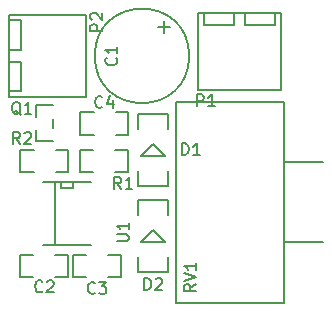
<source format=gto>
%FSLAX34Y34*%
G04 Gerber Fmt 3.4, Leading zero omitted, Abs format*
G04 (created by PCBNEW (2014-01-30 BZR 4648)-product) date Thu Feb 27 15:42:02 2014*
%MOIN*%
G01*
G70*
G90*
G04 APERTURE LIST*
%ADD10C,0.013780*%
%ADD11C,0.007087*%
%ADD12R,0.085433X0.028346*%
%ADD13C,0.086614*%
%ADD14R,0.050000X0.055000*%
%ADD15R,0.053150X0.028346*%
%ADD16C,0.078740*%
%ADD17R,0.078740X0.057087*%
G04 APERTURE END LIST*
G54D10*
G54D11*
X1725Y3925D02*
X1725Y1825D01*
X1425Y3925D02*
X1375Y3925D01*
X2912Y3925D02*
X1337Y3925D01*
X2325Y3925D02*
X2325Y3725D01*
X2325Y3725D02*
X1925Y3725D01*
X1925Y3725D02*
X1925Y3925D01*
X2912Y1825D02*
X1337Y1825D01*
X9375Y4588D02*
X10675Y4588D01*
X9375Y1911D02*
X10675Y1911D01*
X5749Y-96D02*
X5749Y6596D01*
X5749Y6596D02*
X9371Y6596D01*
X5749Y-96D02*
X9371Y-96D01*
X9371Y-96D02*
X9371Y6596D01*
X1750Y5000D02*
X2175Y5000D01*
X2175Y5000D02*
X2175Y4250D01*
X2175Y4250D02*
X1750Y4250D01*
X1025Y5000D02*
X575Y5000D01*
X575Y5000D02*
X575Y4250D01*
X575Y4250D02*
X1025Y4250D01*
X3000Y4250D02*
X2575Y4250D01*
X2575Y4250D02*
X2575Y5000D01*
X2575Y5000D02*
X3000Y5000D01*
X3725Y4250D02*
X4175Y4250D01*
X4175Y4250D02*
X4175Y5000D01*
X4175Y5000D02*
X3725Y5000D01*
X1650Y6025D02*
X1650Y5725D01*
X1100Y5275D02*
X1100Y5650D01*
X1100Y6475D02*
X1100Y6100D01*
X1650Y5275D02*
X1099Y5275D01*
X1099Y6475D02*
X1650Y6475D01*
X193Y7928D02*
X587Y7928D01*
X587Y7928D02*
X587Y6943D01*
X587Y6943D02*
X193Y6943D01*
X193Y9306D02*
X587Y9306D01*
X587Y9306D02*
X587Y8321D01*
X587Y8321D02*
X193Y8321D01*
X2752Y9502D02*
X2752Y6747D01*
X2752Y6747D02*
X193Y6747D01*
X193Y6747D02*
X193Y9502D01*
X2752Y9502D02*
X193Y9502D01*
X7678Y9556D02*
X7678Y9162D01*
X7678Y9162D02*
X6693Y9162D01*
X6693Y9162D02*
X6693Y9556D01*
X9056Y9556D02*
X9056Y9162D01*
X9056Y9162D02*
X8071Y9162D01*
X8071Y9162D02*
X8071Y9556D01*
X9252Y6997D02*
X6497Y6997D01*
X6497Y6997D02*
X6497Y9556D01*
X6497Y9556D02*
X9252Y9556D01*
X9252Y6997D02*
X9252Y9556D01*
X3750Y6250D02*
X4175Y6250D01*
X4175Y6250D02*
X4175Y5500D01*
X4175Y5500D02*
X3750Y5500D01*
X3025Y6250D02*
X2575Y6250D01*
X2575Y6250D02*
X2575Y5500D01*
X2575Y5500D02*
X3025Y5500D01*
X3500Y1500D02*
X3925Y1500D01*
X3925Y1500D02*
X3925Y750D01*
X3925Y750D02*
X3500Y750D01*
X2775Y1500D02*
X2325Y1500D01*
X2325Y1500D02*
X2325Y750D01*
X2325Y750D02*
X2775Y750D01*
X1000Y750D02*
X575Y750D01*
X575Y750D02*
X575Y1500D01*
X575Y1500D02*
X1000Y1500D01*
X1725Y750D02*
X2175Y750D01*
X2175Y750D02*
X2175Y1500D01*
X2175Y1500D02*
X1725Y1500D01*
X5375Y9275D02*
X5375Y8875D01*
X5575Y9075D02*
X5175Y9075D01*
X6199Y8125D02*
G75*
G03X6199Y8125I-1574J0D01*
G74*
G01*
X4606Y4803D02*
X5393Y4803D01*
X5393Y4803D02*
X5000Y5196D01*
X5000Y5196D02*
X4606Y4803D01*
X4500Y5700D02*
X4500Y6200D01*
X4500Y6200D02*
X5500Y6200D01*
X5500Y6200D02*
X5500Y5700D01*
X4500Y4300D02*
X4500Y3800D01*
X4500Y3800D02*
X5500Y3800D01*
X5500Y3800D02*
X5500Y4300D01*
X4606Y1928D02*
X5393Y1928D01*
X5393Y1928D02*
X5000Y2321D01*
X5000Y2321D02*
X4606Y1928D01*
X4500Y2825D02*
X4500Y3325D01*
X4500Y3325D02*
X5500Y3325D01*
X5500Y3325D02*
X5500Y2825D01*
X4500Y1425D02*
X4500Y925D01*
X4500Y925D02*
X5500Y925D01*
X5500Y925D02*
X5500Y1425D01*
X3784Y1950D02*
X4103Y1950D01*
X4140Y1968D01*
X4159Y1987D01*
X4178Y2025D01*
X4178Y2100D01*
X4159Y2137D01*
X4140Y2156D01*
X4103Y2175D01*
X3784Y2175D01*
X4178Y2568D02*
X4178Y2343D01*
X4178Y2456D02*
X3784Y2456D01*
X3840Y2418D01*
X3878Y2381D01*
X3896Y2343D01*
X6428Y515D02*
X6240Y384D01*
X6428Y290D02*
X6034Y290D01*
X6034Y440D01*
X6053Y478D01*
X6071Y496D01*
X6109Y515D01*
X6165Y515D01*
X6203Y496D01*
X6221Y478D01*
X6240Y440D01*
X6240Y290D01*
X6034Y628D02*
X6428Y759D01*
X6034Y890D01*
X6428Y1228D02*
X6428Y1003D01*
X6428Y1115D02*
X6034Y1115D01*
X6090Y1078D01*
X6128Y1040D01*
X6146Y1003D01*
X559Y5196D02*
X428Y5384D01*
X334Y5196D02*
X334Y5590D01*
X484Y5590D01*
X521Y5571D01*
X540Y5553D01*
X559Y5515D01*
X559Y5459D01*
X540Y5421D01*
X521Y5403D01*
X484Y5384D01*
X334Y5384D01*
X709Y5553D02*
X728Y5571D01*
X765Y5590D01*
X859Y5590D01*
X896Y5571D01*
X915Y5553D01*
X934Y5515D01*
X934Y5478D01*
X915Y5421D01*
X690Y5196D01*
X934Y5196D01*
X3934Y3696D02*
X3803Y3884D01*
X3709Y3696D02*
X3709Y4090D01*
X3859Y4090D01*
X3896Y4071D01*
X3915Y4053D01*
X3934Y4015D01*
X3934Y3959D01*
X3915Y3921D01*
X3896Y3903D01*
X3859Y3884D01*
X3709Y3884D01*
X4309Y3696D02*
X4084Y3696D01*
X4196Y3696D02*
X4196Y4090D01*
X4159Y4034D01*
X4121Y3996D01*
X4084Y3978D01*
X587Y6159D02*
X550Y6178D01*
X512Y6215D01*
X456Y6271D01*
X418Y6290D01*
X381Y6290D01*
X400Y6196D02*
X362Y6215D01*
X325Y6253D01*
X306Y6328D01*
X306Y6459D01*
X325Y6534D01*
X362Y6571D01*
X400Y6590D01*
X475Y6590D01*
X512Y6571D01*
X550Y6534D01*
X568Y6459D01*
X568Y6328D01*
X550Y6253D01*
X512Y6215D01*
X475Y6196D01*
X400Y6196D01*
X943Y6196D02*
X718Y6196D01*
X831Y6196D02*
X831Y6590D01*
X793Y6534D01*
X756Y6496D01*
X718Y6478D01*
X3303Y8959D02*
X2909Y8959D01*
X2909Y9109D01*
X2928Y9146D01*
X2946Y9165D01*
X2984Y9184D01*
X3040Y9184D01*
X3078Y9165D01*
X3096Y9146D01*
X3115Y9109D01*
X3115Y8959D01*
X2946Y9334D02*
X2928Y9353D01*
X2909Y9390D01*
X2909Y9484D01*
X2928Y9521D01*
X2946Y9540D01*
X2984Y9559D01*
X3021Y9559D01*
X3078Y9540D01*
X3303Y9315D01*
X3303Y9559D01*
X6459Y6446D02*
X6459Y6840D01*
X6609Y6840D01*
X6646Y6821D01*
X6665Y6803D01*
X6684Y6765D01*
X6684Y6709D01*
X6665Y6671D01*
X6646Y6653D01*
X6609Y6634D01*
X6459Y6634D01*
X7059Y6446D02*
X6834Y6446D01*
X6946Y6446D02*
X6946Y6840D01*
X6909Y6784D01*
X6871Y6746D01*
X6834Y6728D01*
X3309Y6434D02*
X3290Y6415D01*
X3234Y6396D01*
X3196Y6396D01*
X3140Y6415D01*
X3103Y6453D01*
X3084Y6490D01*
X3065Y6565D01*
X3065Y6621D01*
X3084Y6696D01*
X3103Y6734D01*
X3140Y6771D01*
X3196Y6790D01*
X3234Y6790D01*
X3290Y6771D01*
X3309Y6753D01*
X3646Y6659D02*
X3646Y6396D01*
X3553Y6809D02*
X3459Y6528D01*
X3703Y6528D01*
X3059Y234D02*
X3040Y215D01*
X2984Y196D01*
X2946Y196D01*
X2890Y215D01*
X2853Y253D01*
X2834Y290D01*
X2815Y365D01*
X2815Y421D01*
X2834Y496D01*
X2853Y534D01*
X2890Y571D01*
X2946Y590D01*
X2984Y590D01*
X3040Y571D01*
X3059Y553D01*
X3190Y590D02*
X3434Y590D01*
X3303Y440D01*
X3359Y440D01*
X3396Y421D01*
X3415Y403D01*
X3434Y365D01*
X3434Y271D01*
X3415Y234D01*
X3396Y215D01*
X3359Y196D01*
X3246Y196D01*
X3209Y215D01*
X3190Y234D01*
X1309Y284D02*
X1290Y265D01*
X1234Y246D01*
X1196Y246D01*
X1140Y265D01*
X1103Y303D01*
X1084Y340D01*
X1065Y415D01*
X1065Y471D01*
X1084Y546D01*
X1103Y584D01*
X1140Y621D01*
X1196Y640D01*
X1234Y640D01*
X1290Y621D01*
X1309Y603D01*
X1459Y603D02*
X1478Y621D01*
X1515Y640D01*
X1609Y640D01*
X1646Y621D01*
X1665Y603D01*
X1684Y565D01*
X1684Y528D01*
X1665Y471D01*
X1440Y246D01*
X1684Y246D01*
X3765Y8059D02*
X3784Y8040D01*
X3803Y7984D01*
X3803Y7946D01*
X3784Y7890D01*
X3746Y7853D01*
X3709Y7834D01*
X3634Y7815D01*
X3578Y7815D01*
X3503Y7834D01*
X3465Y7853D01*
X3428Y7890D01*
X3409Y7946D01*
X3409Y7984D01*
X3428Y8040D01*
X3446Y8059D01*
X3803Y8434D02*
X3803Y8209D01*
X3803Y8321D02*
X3409Y8321D01*
X3465Y8284D01*
X3503Y8246D01*
X3521Y8209D01*
X5959Y4821D02*
X5959Y5215D01*
X6053Y5215D01*
X6109Y5196D01*
X6146Y5159D01*
X6165Y5121D01*
X6184Y5046D01*
X6184Y4990D01*
X6165Y4915D01*
X6146Y4878D01*
X6109Y4840D01*
X6053Y4821D01*
X5959Y4821D01*
X6559Y4821D02*
X6334Y4821D01*
X6446Y4821D02*
X6446Y5215D01*
X6409Y5159D01*
X6371Y5121D01*
X6334Y5103D01*
X4709Y321D02*
X4709Y715D01*
X4803Y715D01*
X4859Y696D01*
X4896Y659D01*
X4915Y621D01*
X4934Y546D01*
X4934Y490D01*
X4915Y415D01*
X4896Y378D01*
X4859Y340D01*
X4803Y321D01*
X4709Y321D01*
X5084Y678D02*
X5103Y696D01*
X5140Y715D01*
X5234Y715D01*
X5271Y696D01*
X5290Y678D01*
X5309Y640D01*
X5309Y603D01*
X5290Y546D01*
X5065Y321D01*
X5309Y321D01*
%LPC*%
G54D12*
X3115Y3625D03*
X1134Y3625D03*
X3115Y3125D03*
X3115Y2625D03*
X3115Y2125D03*
X1134Y3125D03*
X1134Y2625D03*
X1134Y2125D03*
G54D13*
X7875Y1281D03*
X7875Y3250D03*
X7875Y5218D03*
G54D14*
X925Y4625D03*
X1825Y4625D03*
X3825Y4625D03*
X2925Y4625D03*
G54D15*
X1798Y6249D03*
X1798Y5500D03*
X951Y5875D03*
G54D16*
X1375Y8813D03*
X1375Y7436D03*
X8563Y8375D03*
X7186Y8375D03*
G54D14*
X2925Y5875D03*
X3825Y5875D03*
X2675Y1125D03*
X3575Y1125D03*
X1825Y1125D03*
X925Y1125D03*
G54D16*
X4625Y8813D03*
X4625Y7436D03*
G54D17*
X5000Y4222D03*
X5000Y5777D03*
X5000Y1347D03*
X5000Y2902D03*
M02*

</source>
